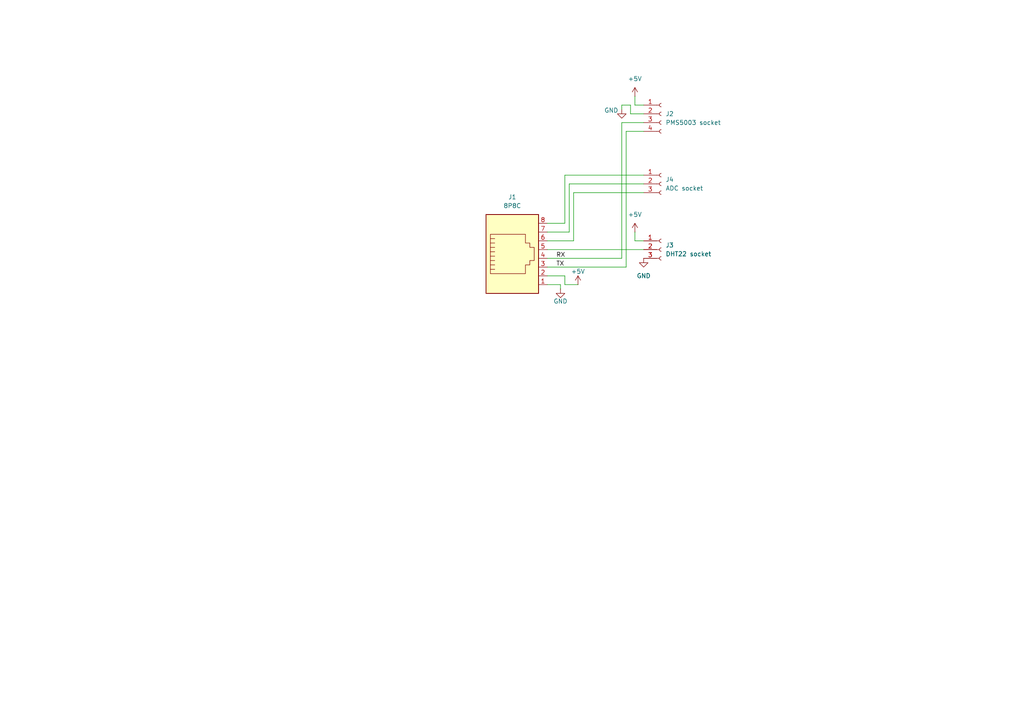
<source format=kicad_sch>
(kicad_sch (version 20250114) (generator "eeschema") (generator_version "9.0")
  (paper "A4")
  (lib_symbols
    (symbol "Connector:8P8C" (pin_names (offset 1.016))
      (property "Reference" "J" (at -5.08 13.97 0))
      (property "Value" "8P8C" (at 2.54 13.97 0))
      (symbol "8P8C_0_1"
        (polyline (pts (xy -6.35 1.905) (xy -5.08 1.905) (xy -5.08 1.905)))
        (polyline (pts (xy -6.35 0.635) (xy -5.08 0.635) (xy -5.08 0.635)))
        (polyline (pts (xy -6.35 -0.635) (xy -5.08 -0.635) (xy -5.08 -0.635)))
        (polyline (pts (xy -6.35 -1.905) (xy -5.08 -1.905) (xy -5.08 -1.905)))
        (polyline (pts (xy -6.35 -3.175) (xy -5.08 -3.175) (xy -5.08 -3.175)))
        (polyline (pts (xy -6.35 -4.445) (xy -6.35 6.985) (xy 3.81 6.985) (xy 3.81 4.445) (xy 5.08 4.445) (xy 5.08 3.175) (xy 6.35 3.175) (xy 6.35 -0.635) (xy 5.08 -0.635) (xy 5.08 -1.905) (xy 3.81 -1.905) (xy 3.81 -4.445) (xy -6.35 -4.445) (xy -6.35 -4.445)))
        (polyline (pts (xy -5.08 5.715) (xy -6.35 5.715)))
        (polyline (pts (xy -5.08 4.445) (xy -6.35 4.445)))
        (polyline (pts (xy -5.08 3.175) (xy -6.35 3.175) (xy -6.35 3.175)))
        (rectangle (start 7.62 12.7) (end -7.62 -10.16) (stroke (width 0.254)) (fill (type background)))
      )
      (symbol "8P8C_1_1"
        (pin passive line (at 10.16 10.16 180) (length 2.54) (name "~") (number "8"))
        (pin passive line (at 10.16 7.62 180) (length 2.54) (name "~") (number "7"))
        (pin passive line (at 10.16 5.08 180) (length 2.54) (name "~") (number "6"))
        (pin passive line (at 10.16 2.54 180) (length 2.54) (name "~") (number "5"))
        (pin passive line (at 10.16 0 180) (length 2.54) (name "~") (number "4"))
        (pin passive line (at 10.16 -2.54 180) (length 2.54) (name "~") (number "3"))
        (pin passive line (at 10.16 -5.08 180) (length 2.54) (name "~") (number "2"))
        (pin passive line (at 10.16 -7.62 180) (length 2.54) (name "~") (number "1"))
      )
    )
    (symbol "Connector:Conn_01x03_Socket" (pin_names (offset 1.016) (hide yes))
      (property "Reference" "J" (at 0 5.08 0))
      (property "Value" "Conn_01x03_Socket" (at 0 -5.08 0))
      (symbol "Conn_01x03_Socket_1_1"
        (polyline (pts (xy -1.27 2.54) (xy -0.508 2.54)) (stroke (width 0.1524)))
        (polyline (pts (xy -1.27 0) (xy -0.508 0)) (stroke (width 0.1524)))
        (polyline (pts (xy -1.27 -2.54) (xy -0.508 -2.54)) (stroke (width 0.1524)))
        (arc (start 0 2.032) (mid -0.5058 2.54) (end 0 3.048) (stroke (width 0.1524)))
        (arc (start 0 -0.508) (mid -0.5058 0) (end 0 0.508) (stroke (width 0.1524)))
        (arc (start 0 -3.048) (mid -0.5058 -2.54) (end 0 -2.032) (stroke (width 0.1524)))
        (pin passive line (at -5.08 2.54 0) (length 3.81) (name "Pin_1") (number "1"))
        (pin passive line (at -5.08 0 0) (length 3.81) (name "Pin_2") (number "2"))
        (pin passive line (at -5.08 -2.54 0) (length 3.81) (name "Pin_3") (number "3"))
      )
    )
    (symbol "Connector:Conn_01x04_Socket" (pin_names (offset 1.016) (hide yes))
      (property "Reference" "J" (at 0 5.08 0))
      (property "Value" "Conn_01x04_Socket" (at 0 -7.62 0))
      (symbol "Conn_01x04_Socket_1_1"
        (polyline (pts (xy -1.27 2.54) (xy -0.508 2.54)) (stroke (width 0.1524)))
        (polyline (pts (xy -1.27 0) (xy -0.508 0)) (stroke (width 0.1524)))
        (polyline (pts (xy -1.27 -2.54) (xy -0.508 -2.54)) (stroke (width 0.1524)))
        (polyline (pts (xy -1.27 -5.08) (xy -0.508 -5.08)) (stroke (width 0.1524)))
        (arc (start 0 2.032) (mid -0.5058 2.54) (end 0 3.048) (stroke (width 0.1524)))
        (arc (start 0 -0.508) (mid -0.5058 0) (end 0 0.508) (stroke (width 0.1524)))
        (arc (start 0 -3.048) (mid -0.5058 -2.54) (end 0 -2.032) (stroke (width 0.1524)))
        (arc (start 0 -5.588) (mid -0.5058 -5.08) (end 0 -4.572) (stroke (width 0.1524)))
        (pin passive line (at -5.08 2.54 0) (length 3.81) (name "Pin_1") (number "1"))
        (pin passive line (at -5.08 0 0) (length 3.81) (name "Pin_2") (number "2"))
        (pin passive line (at -5.08 -2.54 0) (length 3.81) (name "Pin_3") (number "3"))
        (pin passive line (at -5.08 -5.08 0) (length 3.81) (name "Pin_4") (number "4"))
      )
    )
    (symbol "power:+5V" (power) (pin_numbers (hide yes)) (pin_names (offset 0) (hide yes))
      (property "Value" "+5V" (at 0 3.556 0))
      (symbol "+5V_0_1"
        (polyline (pts (xy -0.762 1.27) (xy 0 2.54)))
        (polyline (pts (xy 0 2.54) (xy 0.762 1.27)))
        (polyline (pts (xy 0 0) (xy 0 2.54)))
      )
      (symbol "+5V_1_1"
        (pin power_in line (at 0 0 90) (length 0) (name "~") (number "1"))
      )
    )
    (symbol "power:GND" (power) (pin_numbers (hide yes)) (pin_names (offset 0) (hide yes))
      (property "Value" "GND" (at 0 -3.81 0))
      (symbol "GND_0_1"
        (polyline (pts (xy 0 0) (xy 0 -1.27) (xy 1.27 -1.27) (xy 0 -2.54) (xy -1.27 -1.27) (xy 0 -1.27)))
      )
      (symbol "GND_1_1"
        (pin power_in line (at 0 0 270) (length 0) (name "~") (number "1"))
      )
    )
  )
  (wire (pts (xy 184.15 69.85) (xy 186.69 69.85)))
  (wire (pts (xy 162.56 82.55) (xy 162.56 83.82)))
  (wire (pts (xy 180.34 35.56) (xy 186.69 35.56)))
  (wire (pts (xy 182.88 33.02) (xy 182.88 30.48)))
  (wire (pts (xy 158.75 69.85) (xy 166.37 69.85)))
  (wire (pts (xy 166.37 55.88) (xy 186.69 55.88)))
  (wire (pts (xy 165.1 53.34) (xy 186.69 53.34)))
  (wire (pts (xy 184.15 67.31) (xy 184.15 69.85)))
  (wire (pts (xy 182.88 30.48) (xy 180.34 30.48)))
  (wire (pts (xy 181.61 77.47) (xy 181.61 38.1)))
  (wire (pts (xy 166.37 69.85) (xy 166.37 55.88)))
  (wire (pts (xy 158.75 82.55) (xy 162.56 82.55)))
  (wire (pts (xy 158.75 64.77) (xy 163.83 64.77)))
  (wire (pts (xy 158.75 74.93) (xy 180.34 74.93)))
  (wire (pts (xy 186.69 33.02) (xy 182.88 33.02)))
  (wire (pts (xy 184.15 27.94) (xy 184.15 30.48)))
  (wire (pts (xy 158.75 77.47) (xy 181.61 77.47)))
  (wire (pts (xy 167.64 82.55) (xy 163.83 82.55)))
  (wire (pts (xy 163.83 50.8) (xy 186.69 50.8)))
  (wire (pts (xy 181.61 38.1) (xy 186.69 38.1)))
  (wire (pts (xy 180.34 30.48) (xy 180.34 31.75)))
  (wire (pts (xy 180.34 74.93) (xy 180.34 35.56)))
  (wire (pts (xy 163.83 64.77) (xy 163.83 50.8)))
  (wire (pts (xy 163.83 82.55) (xy 163.83 80.01)))
  (wire (pts (xy 186.69 30.48) (xy 184.15 30.48)))
  (wire (pts (xy 163.83 80.01) (xy 158.75 80.01)))
  (wire (pts (xy 165.1 67.31) (xy 165.1 53.34)))
  (wire (pts (xy 158.75 67.31) (xy 165.1 67.31)))
  (wire (pts (xy 158.75 72.39) (xy 186.69 72.39)))
  (label "TX" (at 161.29 77.47 0))
  (label "RX" (at 161.29 74.93 0))
  (symbol (lib_id "Connector:Conn_01x03_Socket") (at 191.77 53.34 0) (unit 1)
    (property "Reference" "J4" (at 193.04 52.0699 0) (effects (justify left)))
    (property "Value" "ADC socket" (at 193.04 54.6099 0) (effects (justify left)))
    (property "Footprint" "Connector_PinSocket_2.54mm:PinSocket_1x03_P2.54mm_Vertical" (effects (hide yes)))
    (property "Description" "Generic connector, single row, 01x03, script generated" (effects (hide yes)))
  )
  (symbol (lib_id "power:GND") (at 186.69 74.93 0) (unit 1)
    (property "Reference" "#PWR06" (effects (hide yes)))
    (property "Value" "GND" (at 186.69 80.01 0))
    (property "Description" "Power symbol creates a global label with name \"GND\" , ground" (effects (hide yes)))
  )
  (symbol (lib_id "Connector:8P8C") (at 148.59 74.93 0) (unit 1)
    (property "Reference" "J1" (at 148.59 57.15 0))
    (property "Value" "8P8C" (at 148.59 59.69 0))
    (property "Footprint" "Connector_RJ:RJ45_Connfly_DS1128-09-S8xx-S_Horizontal" (effects (hide yes)))
    (property "Description" "RJ connector, 8P8C (8 positions 8 connected), RJ31/RJ32/RJ33/RJ34/RJ35/RJ41/RJ45/RJ49/RJ61" (effects (hide yes)))
  )
  (symbol (lib_id "Connector:Conn_01x04_Socket") (at 191.77 33.02 0) (unit 1)
    (property "Reference" "J2" (at 193.04 33.0199 0) (effects (justify left)))
    (property "Value" "PMS5003 socket" (at 193.04 35.5599 0) (effects (justify left)))
    (property "Footprint" "Connector_PinSocket_2.54mm:PinSocket_1x04_P2.54mm_Vertical" (effects (hide yes)))
    (property "Description" "Generic connector, single row, 01x04, script generated" (effects (hide yes)))
  )
  (symbol (lib_id "power:+5V") (at 184.15 67.31 0) (unit 1)
    (property "Reference" "#PWR05" (effects (hide yes)))
    (property "Value" "+5V" (at 184.15 62.23 0))
    (property "Description" "Power symbol creates a global label with name \"+5V\"" (effects (hide yes)))
  )
  (symbol (lib_id "power:GND") (at 180.34 31.75 0) (unit 1)
    (property "Reference" "#PWR04" (effects (hide yes)))
    (property "Value" "GND" (at 177.292 32.004 0))
    (property "Description" "Power symbol creates a global label with name \"GND\" , ground" (effects (hide yes)))
  )
  (symbol (lib_id "power:GND") (at 162.56 83.82 0) (unit 1)
    (property "Reference" "#PWR01" (effects (hide yes)))
    (property "Value" "GND" (at 162.56 87.376 0))
    (property "Description" "Power symbol creates a global label with name \"GND\" , ground" (effects (hide yes)))
  )
  (symbol (lib_id "Connector:Conn_01x03_Socket") (at 191.77 72.39 0) (unit 1)
    (property "Reference" "J3" (at 193.04 71.1199 0) (effects (justify left)))
    (property "Value" "DHT22 socket" (at 193.04 73.6599 0) (effects (justify left)))
    (property "Footprint" "Connector_PinSocket_2.54mm:PinSocket_1x03_P2.54mm_Vertical" (effects (hide yes)))
    (property "Description" "Generic connector, single row, 01x03, script generated" (effects (hide yes)))
  )
  (symbol (lib_id "power:+5V") (at 167.64 82.55 0) (unit 1)
    (property "Reference" "#PWR02" (effects (hide yes)))
    (property "Value" "+5V" (at 167.64 78.74 0))
    (property "Description" "Power symbol creates a global label with name \"+5V\"" (effects (hide yes)))
  )
  (symbol (lib_id "power:+5V") (at 184.15 27.94 0) (unit 1)
    (property "Reference" "#PWR03" (effects (hide yes)))
    (property "Value" "+5V" (at 184.15 22.86 0))
    (property "Description" "Power symbol creates a global label with name \"+5V\"" (effects (hide yes)))
  )
)
</source>
